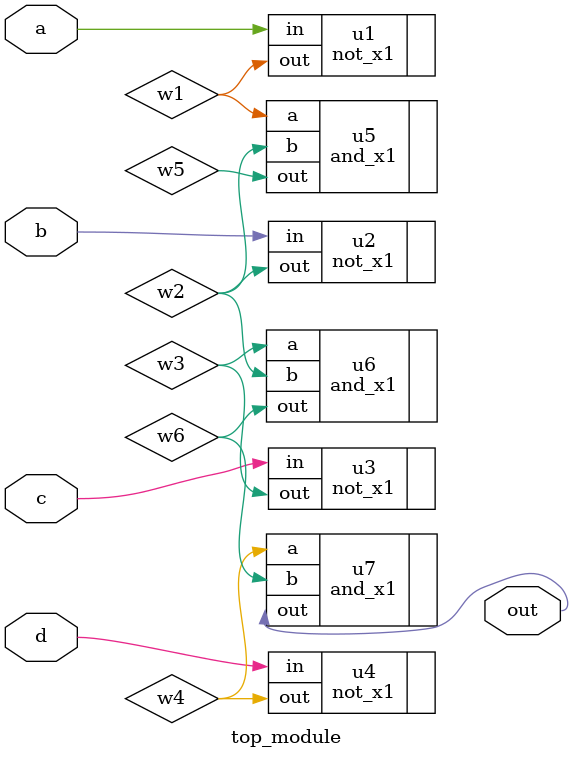
<source format=sv>
module top_module (
    input a, 
    input b,
    input c,
    input d,
    output out
);

    wire w1, w2, w3, w4, w5, w6;

    not_x1 u1 (
        .in(a),
        .out(w1)
    );

    not_x1 u2 (
        .in(b),
        .out(w2)
    );

    not_x1 u3 (
        .in(c),
        .out(w3)
    );

    not_x1 u4 (
        .in(d),
        .out(w4)
    );

    and_x1 u5 (
        .a(w1),
        .b(w2),
        .out(w5)
    );

    and_x1 u6 (
        .a(w3),
        .b(w2),
        .out(w6)
    );

    and_x1 u7 (
        .a(w4),
        .b(w6),
        .out(out)
    );

endmodule

</source>
